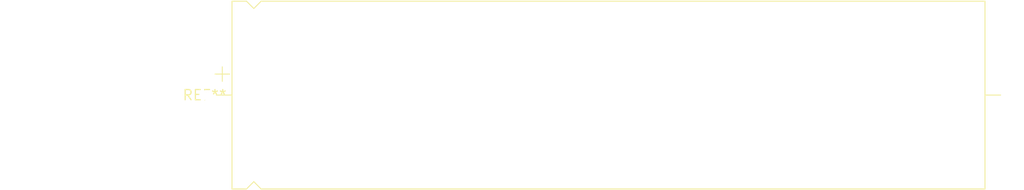
<source format=kicad_pcb>
(kicad_pcb (version 20240108) (generator pcbnew)
  (layers (0 "F.Cu" signal) (31 "B.Cu" signal) (34 "B.Paste" user) (35 "F.Paste" user) (36 "B.SilkS" user "B.Silkscreen") (37 "F.SilkS" user "F.Silkscreen") (38 "B.Mask" user) (39 "F.Mask" user) (44 "Edge.Cuts" user))
  (net 0 "")
  (footprint "CP_Axial_L93.0mm_D23.0mm_P100.00mm_Horizontal" (layer "F.Cu") (at 0 0)
    (property "Reference" "REF**")
    (property "Value" "CP_Axial_L93.0mm_D23.0mm_P100.00mm_Horizontal")
    (fp_line (start 1.28 -2.6) (end 3.08 -2.6) (layer "F.SilkS") (stroke (width 0.12)))
    (fp_line (start 1.44 0) (end 3.38 0) (layer "F.SilkS") (stroke (width 0.12)))
    (fp_line (start 2.18 -3.5) (end 2.18 -1.7) (layer "F.SilkS") (stroke (width 0.12)))
    (fp_line (start 3.38 -11.62) (end 3.38 11.62) (layer "F.SilkS") (stroke (width 0.12)))
    (fp_line (start 3.38 -11.62) (end 5.18 -11.62) (layer "F.SilkS") (stroke (width 0.12)))
    (fp_line (start 3.38 11.62) (end 5.18 11.62) (layer "F.SilkS") (stroke (width 0.12)))
    (fp_line (start 5.18 -11.62) (end 6.08 -10.72) (layer "F.SilkS") (stroke (width 0.12)))
    (fp_line (start 5.18 11.62) (end 6.08 10.72) (layer "F.SilkS") (stroke (width 0.12)))
    (fp_line (start 6.08 -10.72) (end 6.98 -11.62) (layer "F.SilkS") (stroke (width 0.12)))
    (fp_line (start 6.08 10.72) (end 6.98 11.62) (layer "F.SilkS") (stroke (width 0.12)))
    (fp_line (start 6.98 -11.62) (end 96.62 -11.62) (layer "F.SilkS") (stroke (width 0.12)))
    (fp_line (start 6.98 11.62) (end 96.62 11.62) (layer "F.SilkS") (stroke (width 0.12)))
    (fp_line (start 96.62 -11.62) (end 96.62 11.62) (layer "F.SilkS") (stroke (width 0.12)))
    (fp_line (start 98.56 0) (end 96.62 0) (layer "F.SilkS") (stroke (width 0.12)))
    (pad "1" thru_hole rect (at 0 0) (size 2.4 2.4) (drill 1.2) (layers *.Cu *.Mask) (remove_unused_layers))
    (pad "2" thru_hole oval (at 100 0) (size 2.4 2.4) (drill 1.2) (layers *.Cu *.Mask) (remove_unused_layers))
  )
)
</source>
